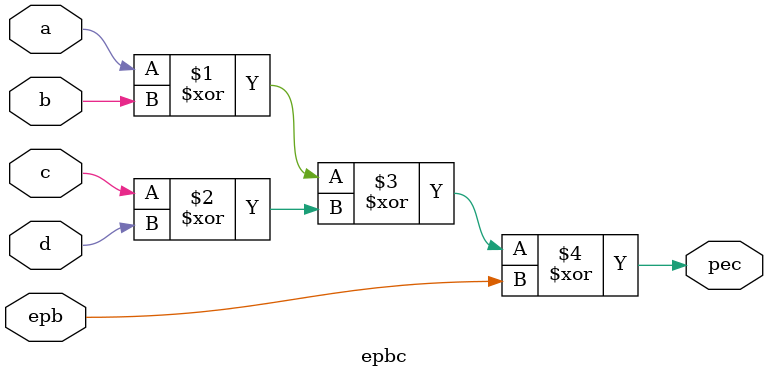
<source format=v>
`timescale 1ns / 1ps

module epbc(
    input a,
    input b,
    input c,
    input d,
    input epb,
    output pec
    );

assign pec = ((a^b)^(c^d)^epb);

endmodule
</source>
